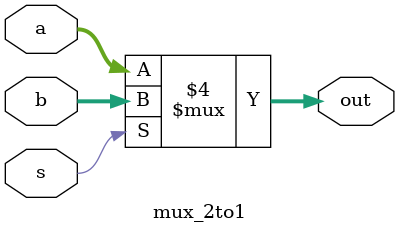
<source format=v>
module mux_2to1 #(
	parameter N = 32
) (
    input s,
    input [N-1:0] a, b,
    output reg [N-1:0] out
);
    always @* begin
        if (~s)
            out = a;
        else
            out = b;
    end
endmodule

</source>
